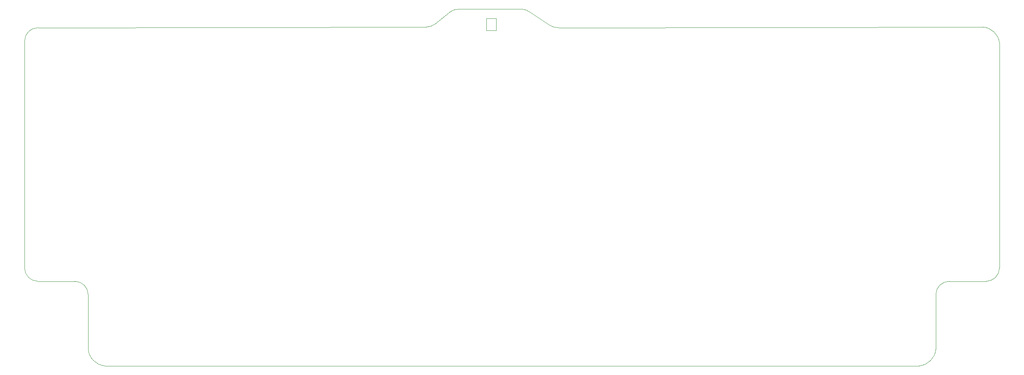
<source format=gbr>
%TF.GenerationSoftware,KiCad,Pcbnew,8.0.0*%
%TF.CreationDate,2024-02-25T16:00:08+01:00*%
%TF.ProjectId,QASS_PCB,51415353-5f50-4434-922e-6b696361645f,rev?*%
%TF.SameCoordinates,Original*%
%TF.FileFunction,Profile,NP*%
%FSLAX46Y46*%
G04 Gerber Fmt 4.6, Leading zero omitted, Abs format (unit mm)*
G04 Created by KiCad (PCBNEW 8.0.0) date 2024-02-25 16:00:08*
%MOMM*%
%LPD*%
G01*
G04 APERTURE LIST*
%TA.AperFunction,Profile*%
%ADD10C,0.100000*%
%TD*%
G04 APERTURE END LIST*
D10*
X35099996Y-77390585D02*
X26812508Y-77390585D01*
X127545624Y-18157041D02*
X129778044Y-18157041D01*
X129778044Y-20835945D01*
X127545624Y-20835945D01*
X127545624Y-18157041D01*
X26807622Y-20235755D02*
X114143301Y-20093514D01*
X239887324Y-77390585D02*
X231599836Y-77390585D01*
X242887324Y-23663677D02*
X242887324Y-74390585D01*
X143812446Y-20239238D02*
G75*
G02*
X141833117Y-19707924I-173746J3305238D01*
G01*
X119580138Y-16582015D02*
G75*
G02*
X121454224Y-16073427I1773862J-2829285D01*
G01*
X41820696Y-96440569D02*
G75*
G02*
X38099976Y-92571042I380104J4089069D01*
G01*
X224879136Y-96440569D02*
X41820696Y-96440569D01*
X121454223Y-16073449D02*
X135689042Y-16073449D01*
X239166624Y-20091805D02*
G75*
G02*
X242887323Y-23663677I-278202J-4013594D01*
G01*
X23812508Y-23235751D02*
G75*
G02*
X26807622Y-20235755I3000086J-86D01*
G01*
X116012500Y-19436125D02*
X119580138Y-16582015D01*
X116012500Y-19436124D02*
G75*
G02*
X114143301Y-20093519I-1874100J2342624D01*
G01*
X228599836Y-80390585D02*
X228599836Y-92719869D01*
X228599836Y-80390585D02*
G75*
G02*
X231599836Y-77390636I2999964J-15D01*
G01*
X23812508Y-74390585D02*
X23812508Y-23235751D01*
X38099996Y-92571041D02*
X38099996Y-80390585D01*
X143812446Y-20239238D02*
X239166624Y-20091805D01*
X228599836Y-92719869D02*
G75*
G02*
X224879142Y-96440629I-4109336J388569D01*
G01*
X137219444Y-16668761D02*
X141833112Y-19707932D01*
X26812508Y-77390585D02*
G75*
G02*
X23812515Y-74390585I-8J2999985D01*
G01*
X242887324Y-74390585D02*
G75*
G02*
X239887324Y-77390624I-3000024J-15D01*
G01*
X35099996Y-77390585D02*
G75*
G02*
X38100015Y-80390585I4J-3000015D01*
G01*
X135689042Y-16073450D02*
G75*
G02*
X137219462Y-16668737I-245842J-2896950D01*
G01*
M02*

</source>
